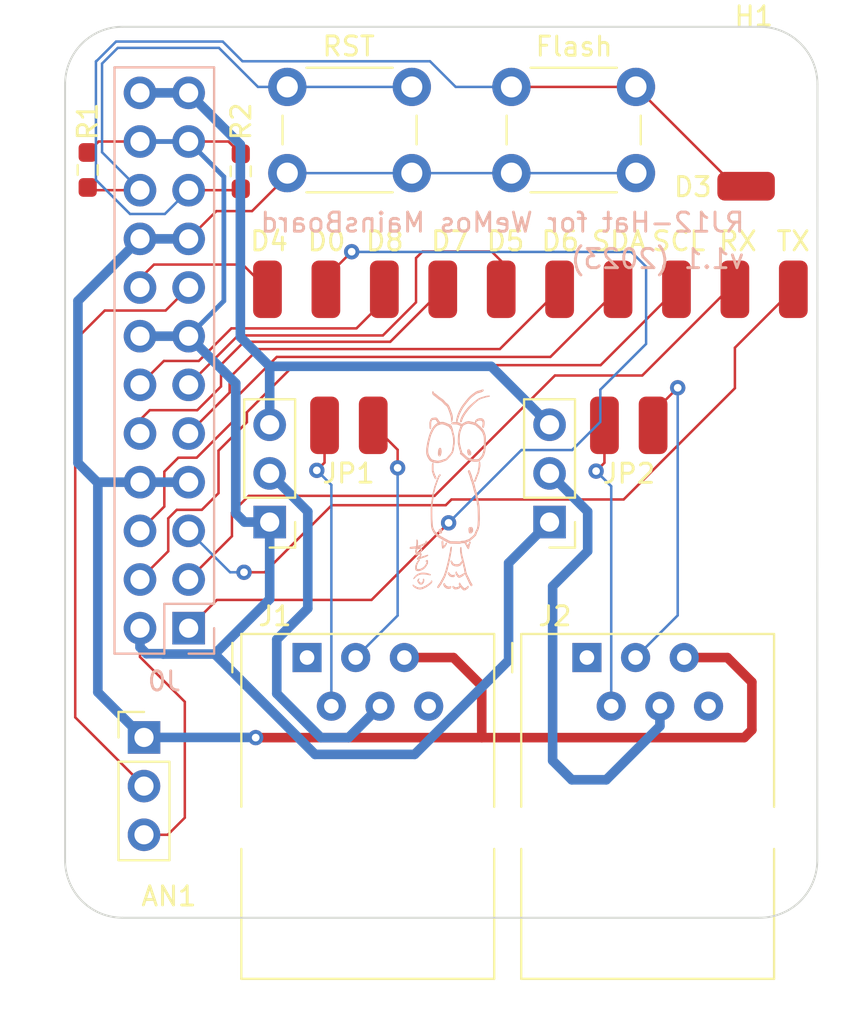
<source format=kicad_pcb>
(kicad_pcb (version 20221018) (generator pcbnew)
  (title_block (company "chof.org"))
  (layers (0 "F.Cu" signal) (31 "B.Cu" signal) (34 "B.Paste" user) (35 "F.Paste" user) (36 "B.SilkS" user "B.Silkscreen") (37 "F.SilkS" user "F.Silkscreen") (38 "B.Mask" user) (39 "F.Mask" user) (44 "Edge.Cuts" user))
  (net 0 "")
  (net 1 "GND")
  (net 2 "A0_ANL")
  (net 3 "+3.3V")
  (net 4 "D0_GPIO16")
  (net 5 "RX")
  (net 6 "D1_SCL")
  (net 7 "TX")
  (net 8 "D2_SDA")
  (net 9 "D6_MISO")
  (net 10 "D7_MOSI")
  (net 11 "D5_SCK")
  (net 12 "D8_CS")
  (net 13 "D4_LED")
  (net 14 "D3_GPIO0")
  (net 15 "~{RESET}")
  (net 16 "+5V")
  (net 17 "/PWR_1")
  (net 18 "/PWR_2")
  (net 19 "Net-(JP1-Pin_1)")
  (net 20 "Net-(JP1-Pin_2)")
  (net 21 "Net-(JP2-Pin_1)")
  (net 22 "Net-(JP2-Pin_2)")
  (footprint "Chof747 Footprints:Solder Pad 1x2 1.5x3" (layer "F.Cu") (at 83.835 90.52)
    (fp_text reference "JP2" (at 0.015 2.52 unlocked) (layer "F.SilkS"))
    (fp_text value "~")
    (pad "1" smd roundrect locked (at -1.27 0) (size 1.5 3) (layers "F.Cu" "F.Paste" "F.Mask") (net 21 "Net-(JP2-Pin_1)"))
    (pad "2" smd roundrect locked (at 1.27 0) (size 1.5 3) (layers "F.Cu" "F.Paste" "F.Mask") (net 22 "Net-(JP2-Pin_2)"))
  )
  (footprint "Button_Switch_THT:SW_PUSH_6mm" (layer "F.Cu") (at 66.01 72.858)
    (fp_text reference "SW1" hide)
    (fp_text value "RST" (at 3.2 -2.118) (layer "F.SilkS"))
    (pad "1" thru_hole circle (at 0 0 90) (size 2 2) (drill 1.1) (layers "*.Cu" "*.Mask") (net 15 "~{RESET}"))
    (pad "1" thru_hole circle (at 6.5 0 90) (size 2 2) (drill 1.1) (layers "*.Cu" "*.Mask") (net 15 "~{RESET}"))
    (pad "2" thru_hole circle (at 0 4.5 90) (size 2 2) (drill 1.1) (layers "*.Cu" "*.Mask") (net 1 "GND"))
    (pad "2" thru_hole circle (at 6.5 4.5 90) (size 2 2) (drill 1.1) (layers "*.Cu" "*.Mask") (net 1 "GND"))
  )
  (footprint "Chof747 Footprints:Solder Pad 1x1 1.5x3" (layer "F.Cu") (at 68.025 83.42)
    (fp_text reference "J15" hide)
    (fp_text value "D0" (at 0.035 -2.51 unlocked) (layer "F.SilkS"))
    (pad "1" smd roundrect (at 0 0) (size 1.5 3) (layers "F.Cu" "F.Paste" "F.Mask") (net 4 "D0_GPIO16"))
  )
  (footprint "Chof747 Footprints:Solder Pad 1x1 1.5x3" (layer "F.Cu") (at 77.175 83.42)
    (fp_text reference "J12" hide)
    (fp_text value "D5" (at 0.225 -2.51 unlocked) (layer "F.SilkS"))
    (pad "1" smd roundrect (at 0 0) (size 1.5 3) (layers "F.Cu" "F.Paste" "F.Mask") (net 11 "D5_SCK"))
  )
  (footprint "Chof747 Footprints:Solder Pad 1x1 1.5x3" (layer "F.Cu") (at 71.075 83.42)
    (fp_text reference "J14" hide)
    (fp_text value "D8" (at 0.025 -2.51 unlocked) (layer "F.SilkS"))
    (pad "1" smd roundrect (at 0 0) (size 1.5 3) (layers "F.Cu" "F.Paste" "F.Mask") (net 12 "D8_CS"))
  )
  (footprint "Chof747 Footprints:Solder Pad 1x2 1.5x3" (layer "F.Cu") (at 69.225 90.52)
    (fp_text reference "JP1" (at -0.015 2.51 unlocked) (layer "F.SilkS"))
    (fp_text value "~")
    (pad "1" smd roundrect locked (at -1.27 0) (size 1.5 3) (layers "F.Cu" "F.Paste" "F.Mask") (net 19 "Net-(JP1-Pin_1)"))
    (pad "2" smd roundrect locked (at 1.27 0) (size 1.5 3) (layers "F.Cu" "F.Paste" "F.Mask") (net 20 "Net-(JP1-Pin_2)"))
  )
  (footprint "Chof747 Footprints:Solder Pad 1x1 1.5x3" (layer "F.Cu") (at 83.275 83.42)
    (fp_text reference "J10" hide)
    (fp_text value "SDA" (at 0.045 -2.51 unlocked) (layer "F.SilkS"))
    (pad "1" smd roundrect (at 0 0) (size 1.5 3) (layers "F.Cu" "F.Paste" "F.Mask") (net 8 "D2_SDA"))
  )
  (footprint "Chof747 Footprints:Solder Pad 1x1 1.5x3" (layer "F.Cu") (at 74.125 83.42)
    (fp_text reference "J13" hide)
    (fp_text value "D7" (at 0.375 -2.51 unlocked) (layer "F.SilkS"))
    (pad "1" smd roundrect (at 0 0) (size 1.5 3) (layers "F.Cu" "F.Paste" "F.Mask") (net 10 "D7_MOSI"))
  )
  (footprint "Connector_RJ:RJ12_Amphenol_54601" (layer "F.Cu") (at 67.04 102.64)
    (fp_text reference "J1" (at -1.67 -2.16) (layer "F.SilkS"))
    (fp_text value "RJ10")
    (pad "" np_thru_hole circle locked (at -1.91 8.89) (size 3.25 3.25) (drill 3.25) (layers "*.Cu" "*.Mask"))
    (pad "" np_thru_hole circle locked (at 8.25 8.89) (size 3.25 3.25) (drill 3.25) (layers "*.Cu" "*.Mask"))
    (pad "1" thru_hole rect locked (at 0 0) (size 1.52 1.52) (drill 0.76) (layers "*.Cu" "*.Mask"))
    (pad "2" thru_hole circle locked (at 1.27 2.54) (size 1.52 1.52) (drill 0.76) (layers "*.Cu" "*.Mask") (net 19 "Net-(JP1-Pin_1)"))
    (pad "3" thru_hole circle locked (at 2.54 0) (size 1.52 1.52) (drill 0.76) (layers "*.Cu" "*.Mask") (net 20 "Net-(JP1-Pin_2)"))
    (pad "4" thru_hole circle locked (at 3.81 2.54) (size 1.52 1.52) (drill 0.76) (layers "*.Cu" "*.Mask") (net 17 "/PWR_1"))
    (pad "5" thru_hole circle locked (at 5.08 0) (size 1.52 1.52) (drill 0.76) (layers "*.Cu" "*.Mask") (net 1 "GND"))
    (pad "6" thru_hole circle locked (at 6.35 2.54) (size 1.52 1.52) (drill 0.76) (layers "*.Cu" "*.Mask"))
  )
  (footprint "Chof747 Footprints:Solder Pad 1x1 1.5x3" (layer "F.Cu") (at 89.375 83.42)
    (fp_text reference "J8" hide)
    (fp_text value "RX" (at 0.155 -2.51 unlocked) (layer "F.SilkS"))
    (pad "1" smd roundrect (at 0 0) (size 1.5 3) (layers "F.Cu" "F.Paste" "F.Mask") (net 5 "RX"))
  )
  (footprint "Chof747 Footprints:Solder Pad 1x1 1.5x3" (layer "F.Cu") (at 64.975 83.42)
    (fp_text reference "J16" hide)
    (fp_text value "D4" (at 0.085 -2.51 unlocked) (layer "F.SilkS"))
    (pad "1" smd roundrect (at 0 0) (size 1.5 3) (layers "F.Cu" "F.Paste" "F.Mask") (net 13 "D4_LED"))
  )
  (footprint "MountingHole:MountingHole_3mm" (layer "F.Cu") (at 90.36 73.17)
    (fp_text reference "H1" (at 0 -4) (layer "F.SilkS"))
    (fp_text value "MountingHole")
    (pad "" np_thru_hole circle (at 0 0) (size 3 3) (drill 3) (layers "*.Cu" "*.Mask"))
  )
  (footprint "Chof747 Footprints:Solder Pad 1x1 1.5x3" (layer "F.Cu") (at 86.325 83.42)
    (fp_text reference "J9" hide)
    (fp_text value "SCL" (at 0.115 -2.51 unlocked) (layer "F.SilkS"))
    (pad "1" smd roundrect (at 0 0) (size 1.5 3) (layers "F.Cu" "F.Paste" "F.Mask") (net 6 "D1_SCL"))
  )
  (footprint "Connector_PinHeader_2.54mm:PinHeader_1x03_P2.54mm_Vertical" (layer "F.Cu") (at 65.09 95.57 180)
    (fp_text reference "JR1" hide)
    (fp_text value "Conn_01x03" hide)
    (pad "1" thru_hole rect locked (at 0 0 180) (size 1.7 1.7) (drill 1) (layers "*.Cu" "*.Mask") (net 3 "+3.3V"))
    (pad "2" thru_hole oval locked (at 0 2.54 180) (size 1.7 1.7) (drill 1) (layers "*.Cu" "*.Mask") (net 17 "/PWR_1"))
    (pad "3" thru_hole oval locked (at 0 5.08 180) (size 1.7 1.7) (drill 1) (layers "*.Cu" "*.Mask") (net 16 "+5V"))
  )
  (footprint "Chof747 Footprints:Solder Pad 1x1 1.5x3" (layer "F.Cu") (at 80.225 83.42)
    (fp_text reference "J11" hide)
    (fp_text value "D6" (at 0.035 -2.51 unlocked) (layer "F.SilkS"))
    (pad "1" smd roundrect (at 0 0) (size 1.5 3) (layers "F.Cu" "F.Paste" "F.Mask") (net 9 "D6_MISO"))
  )
  (footprint "Connector_RJ:RJ12_Amphenol_54601" (layer "F.Cu") (at 81.65 102.64)
    (fp_text reference "J2" (at -1.67 -2.16) (layer "F.SilkS"))
    (fp_text value "RJ10")
    (pad "" np_thru_hole circle locked (at -1.91 8.89) (size 3.25 3.25) (drill 3.25) (layers "*.Cu" "*.Mask"))
    (pad "" np_thru_hole circle locked (at 8.25 8.89) (size 3.25 3.25) (drill 3.25) (layers "*.Cu" "*.Mask"))
    (pad "1" thru_hole rect locked (at 0 0) (size 1.52 1.52) (drill 0.76) (layers "*.Cu" "*.Mask"))
    (pad "2" thru_hole circle locked (at 1.27 2.54) (size 1.52 1.52) (drill 0.76) (layers "*.Cu" "*.Mask") (net 21 "Net-(JP2-Pin_1)"))
    (pad "3" thru_hole circle locked (at 2.54 0) (size 1.52 1.52) (drill 0.76) (layers "*.Cu" "*.Mask") (net 22 "Net-(JP2-Pin_2)"))
    (pad "4" thru_hole circle locked (at 3.81 2.54) (size 1.52 1.52) (drill 0.76) (layers "*.Cu" "*.Mask") (net 18 "/PWR_2"))
    (pad "5" thru_hole circle locked (at 5.08 0) (size 1.52 1.52) (drill 0.76) (layers "*.Cu" "*.Mask") (net 1 "GND"))
    (pad "6" thru_hole circle locked (at 6.35 2.54) (size 1.52 1.52) (drill 0.76) (layers "*.Cu" "*.Mask"))
  )
  (footprint "Connector_PinHeader_2.54mm:PinHeader_1x03_P2.54mm_Vertical" (layer "F.Cu") (at 58.53 106.81)
    (fp_text reference "AN1" (at 1.3 8.29) (layer "F.SilkS"))
    (fp_text value "Conn_01x03" hide)
    (pad "1" thru_hole rect (at 0 0) (size 1.7 1.7) (drill 1) (layers "*.Cu" "*.Mask") (net 1 "GND"))
    (pad "2" thru_hole oval (at 0 2.54) (size 1.7 1.7) (drill 1) (layers "*.Cu" "*.Mask") (net 2 "A0_ANL"))
    (pad "3" thru_hole oval (at 0 5.08) (size 1.7 1.7) (drill 1) (layers "*.Cu" "*.Mask") (net 3 "+3.3V"))
  )
  (footprint "Connector_PinHeader_2.54mm:PinHeader_1x03_P2.54mm_Vertical" (layer "F.Cu") (at 79.7 95.57 180)
    (fp_text reference locked "JR2" hide)
    (fp_text value "Conn_01x03" hide)
    (pad "1" thru_hole rect locked (at 0 0 180) (size 1.7 1.7) (drill 1) (layers "*.Cu" "*.Mask") (net 3 "+3.3V"))
    (pad "2" thru_hole oval locked (at 0 2.54 180) (size 1.7 1.7) (drill 1) (layers "*.Cu" "*.Mask") (net 18 "/PWR_2"))
    (pad "3" thru_hole oval locked (at 0 5.08 180) (size 1.7 1.7) (drill 1) (layers "*.Cu" "*.Mask") (net 16 "+5V"))
  )
  (footprint "Resistor_SMD:R_0603_1608Metric_Pad0.98x0.95mm_HandSolder" (layer "F.Cu") (at 63.58 77.2625 -90)
    (fp_text reference "R2" (at -2.6025 -0.02 90) (layer "F.SilkS"))
    (fp_text value "10k")
    (pad "1" smd roundrect (at -0.9125 0 270) (size 0.975 0.95) (layers "F.Cu" "F.Paste" "F.Mask") (net 3 "+3.3V"))
    (pad "2" smd roundrect (at 0.9125 0 270) (size 0.975 0.95) (layers "F.Cu" "F.Paste" "F.Mask") (net 14 "D3_GPIO0"))
  )
  (footprint "Chof747 Footprints:Solder Pad 1x1 1.5x3" (layer "F.Cu") (at 89.96 78.04 90)
    (fp_text reference "J6" hide)
    (fp_text value "D3" (at -0.04 -2.78 unlocked) (layer "F.SilkS"))
    (pad "1" smd roundrect (at 0 0 90) (size 1.5 3) (layers "F.Cu" "F.Paste" "F.Mask") (net 14 "D3_GPIO0"))
  )
  (footprint "Resistor_SMD:R_0603_1608Metric_Pad0.98x0.95mm_HandSolder" (layer "F.Cu") (at 55.59 77.1925 -90)
    (fp_text reference "R1" (at -2.5325 0 90) (layer "F.SilkS"))
    (fp_text value "10k")
    (pad "1" smd roundrect (at -0.9125 0 270) (size 0.975 0.95) (layers "F.Cu" "F.Paste" "F.Mask") (net 3 "+3.3V"))
    (pad "2" smd roundrect (at 0.9125 0 270) (size 0.975 0.95) (layers "F.Cu" "F.Paste" "F.Mask") (net 15 "~{RESET}"))
  )
  (footprint "Chof747 Footprints:Solder Pad 1x1 1.5x3" (layer "F.Cu") (at 92.425 83.42)
    (fp_text reference "J7" hide)
    (fp_text value "TX" (at -0.005 -2.51 unlocked) (layer "F.SilkS"))
    (pad "1" smd roundrect (at 0 0) (size 1.5 3) (layers "F.Cu" "F.Paste" "F.Mask") (net 7 "TX"))
  )
  (footprint "Button_Switch_THT:SW_PUSH_6mm" (layer "F.Cu") (at 77.71 72.858)
    (fp_text reference "SW2" hide)
    (fp_text value "Flash" (at 3.27 -2.108) (layer "F.SilkS"))
    (pad "1" thru_hole circle (at 0 0 90) (size 2 2) (drill 1.1) (layers "*.Cu" "*.Mask") (net 14 "D3_GPIO0"))
    (pad "1" thru_hole circle (at 6.5 0 90) (size 2 2) (drill 1.1) (layers "*.Cu" "*.Mask") (net 14 "D3_GPIO0"))
    (pad "2" thru_hole circle (at 0 4.5 90) (size 2 2) (drill 1.1) (layers "*.Cu" "*.Mask") (net 1 "GND"))
    (pad "2" thru_hole circle (at 6.5 4.5 90) (size 2 2) (drill 1.1) (layers "*.Cu" "*.Mask") (net 1 "GND"))
  )
  (footprint "Chof747 Logos:LOGO small" (layer "B.Cu") (at 74.660829 94.168658 180)
    (fp_text reference "G***" hide)
    (fp_text value "LOGO" hide)
  )
  (footprint "Connector_PinSocket_2.54mm:PinSocket_2x12_P2.54mm_Vertical" (layer "B.Cu") (at 60.86 101.108)
    (fp_text reference "J0" (at -1.27 2.77) (layer "B.SilkS") (effects (justify mirror)))
    (fp_text value "Conn_02x12_Odd_Even")
    (pad "1" thru_hole rect (at 0 0) (size 1.7 1.7) (drill 1) (layers "*.Cu" "*.Mask") (net 4 "D0_GPIO16"))
    (pad "2" thru_hole oval (at -2.54 0) (size 1.7 1.7) (drill 1) (layers "*.Cu" "*.Mask") (net 3 "+3.3V"))
    (pad "3" thru_hole oval (at 0 -2.54) (size 1.7 1.7) (drill 1) (layers "*.Cu" "*.Mask") (net 5 "RX"))
    (pad "4" thru_hole oval (at -2.54 -2.54) (size 1.7 1.7) (drill 1) (layers "*.Cu" "*.Mask") (net 6 "D1_SCL"))
    (pad "5" thru_hole oval (at 0 -5.08) (size 1.7 1.7) (drill 1) (layers "*.Cu" "*.Mask") (net 7 "TX"))
    (pad "6" thru_hole oval (at -2.54 -5.08) (size 1.7 1.7) (drill 1) (layers "*.Cu" "*.Mask") (net 8 "D2_SDA"))
    (pad "7" thru_hole oval (at 0 -7.62) (size 1.7 1.7) (drill 1) (layers "*.Cu" "*.Mask") (net 1 "GND"))
    (pad "8" thru_hole oval (at -2.54 -7.62) (size 1.7 1.7) (drill 1) (layers "*.Cu" "*.Mask") (net 1 "GND"))
    (pad "9" thru_hole oval (at 0 -10.16) (size 1.7 1.7) (drill 1) (layers "*.Cu" "*.Mask") (net 9 "D6_MISO"))
    (pad "10" thru_hole oval (at -2.54 -10.16) (size 1.7 1.7) (drill 1) (layers "*.Cu" "*.Mask") (net 10 "D7_MOSI"))
    (pad "11" thru_hole oval (at 0 -12.7) (size 1.7 1.7) (drill 1) (layers "*.Cu" "*.Mask") (net 11 "D5_SCK"))
    (pad "12" thru_hole oval (at -2.54 -12.7) (size 1.7 1.7) (drill 1) (layers "*.Cu" "*.Mask") (net 12 "D8_CS"))
    (pad "13" thru_hole oval (at 0 -15.24) (size 1.7 1.7) (drill 1) (layers "*.Cu" "*.Mask") (net 3 "+3.3V"))
    (pad "14" thru_hole oval (at -2.54 -15.24) (size 1.7 1.7) (drill 1) (layers "*.Cu" "*.Mask") (net 3 "+3.3V"))
    (pad "15" thru_hole oval (at 0 -17.78) (size 1.7 1.7) (drill 1) (layers "*.Cu" "*.Mask") (net 2 "A0_ANL"))
    (pad "16" thru_hole oval (at -2.54 -17.78) (size 1.7 1.7) (drill 1) (layers "*.Cu" "*.Mask") (net 13 "D4_LED"))
    (pad "17" thru_hole oval (at 0 -20.32) (size 1.7 1.7) (drill 1) (layers "*.Cu" "*.Mask") (net 1 "GND"))
    (pad "18" thru_hole oval (at -2.54 -20.32) (size 1.7 1.7) (drill 1) (layers "*.Cu" "*.Mask") (net 1 "GND"))
    (pad "19" thru_hole oval (at 0 -22.86) (size 1.7 1.7) (drill 1) (layers "*.Cu" "*.Mask") (net 14 "D3_GPIO0"))
    (pad "20" thru_hole oval (at -2.54 -22.86) (size 1.7 1.7) (drill 1) (layers "*.Cu" "*.Mask") (net 15 "~{RESET}"))
    (pad "21" thru_hole oval (at 0 -25.4) (size 1.7 1.7) (drill 1) (layers "*.Cu" "*.Mask") (net 3 "+3.3V"))
    (pad "22" thru_hole oval (at -2.54 -25.4) (size 1.7 1.7) (drill 1) (layers "*.Cu" "*.Mask") (net 3 "+3.3V"))
    (pad "23" thru_hole oval (at 0 -27.94) (size 1.7 1.7) (drill 1) (layers "*.Cu" "*.Mask") (net 16 "+5V"))
    (pad "24" thru_hole oval (at -2.54 -27.94) (size 1.7 1.7) (drill 1) (layers "*.Cu" "*.Mask") (net 16 "+5V"))
  )
  (gr_line (start 93.684357 72.720643) (end 93.675674 113.220674) (stroke (width 0.1)) (layer "Edge.Cuts"))
  (gr_arc (start 90.684357 69.72) (mid 92.805897 70.598898) (end 93.684357 72.720643) (stroke (width 0.1)) (layer "Edge.Cuts"))
  (gr_line (start 57.41 69.72) (end 90.684357 69.72) (stroke (width 0.1)) (layer "Edge.Cuts"))
  (gr_arc (start 54.41 72.72) (mid 55.28868 70.59868) (end 57.41 69.72) (stroke (width 0.1)) (layer "Edge.Cuts"))
  (gr_line (start 54.41 113.22) (end 54.41 72.72) (stroke (width 0.1)) (layer "Edge.Cuts"))
  (gr_arc (start 57.41 116.22) (mid 55.28868 115.34132) (end 54.41 113.22) (stroke (width 0.1)) (layer "Edge.Cuts"))
  (gr_line (start 90.675674 116.22) (end 57.41 116.22) (stroke (width 0.1)) (layer "Edge.Cuts"))
  (gr_arc (start 93.675674 113.220674) (mid 92.796755 115.341549) (end 90.675674 116.22) (stroke (width 0.1)) (layer "Edge.Cuts"))
  (gr_text "RJ12-Hat for WeMos MainsBoard" (at 89.96 80.52) (layer "B.SilkS") (effects (font (size 1 1)) (justify left bottom mirror)))
  (gr_text "v1.1 (2023)" (at 89.96 82.42) (layer "B.SilkS") (effects (font (size 1 1)) (justify left bottom mirror)))
  (segment (start 64.36 106.82) (end 69.21 106.82) (width 0.5) (layer "F.Cu") (net 1))
  (segment (start 76.16 104.12) (end 74.68 102.64) (width 0.5) (layer "F.Cu") (net 1))
  (segment (start 69.21 106.82) (end 76.16 106.82) (width 0.5) (layer "F.Cu") (net 1))
  (segment (start 76.16 106.82) (end 89.86 106.82) (width 0.5) (layer "F.Cu") (net 1))
  (segment (start 66.01 77.5) (end 66.01 77.358) (width 0.13) (layer "F.Cu") (net 1))
  (segment (start 90.26 106.42) (end 90.26 103.92) (width 0.5) (layer "F.Cu") (net 1))
  (segment (start 74.68 102.64) (end 72.12 102.64) (width 0.5) (layer "F.Cu") (net 1))
  (segment (start 60.86 80.788) (end 62.308 79.34) (width 0.13) (layer "F.Cu") (net 1))
  (segment (start 62.308 79.34) (end 64.17 79.34) (width 0.13) (layer "F.Cu") (net 1))
  (segment (start 90.26 103.92) (end 88.98 102.64) (width 0.5) (layer "F.Cu") (net 1))
  (segment (start 88.98 102.64) (end 86.73 102.64) (width 0.5) (layer "F.Cu") (net 1))
  (segment (start 76.16 106.82) (end 76.16 104.12) (width 0.5) (layer "F.Cu") (net 1))
  (segment (start 89.86 106.82) (end 90.26 106.42) (width 0.5) (layer "F.Cu") (net 1))
  (segment (start 64.17 79.34) (end 66.01 77.5) (width 0.13) (layer "F.Cu") (net 1))
  (via (at 64.36 106.82) (size 0.8) (drill 0.4) (layers "F.Cu" "B.Cu") (net 1))
  (segment (start 55.545 92.945) (end 56.088 93.488) (width 0.5) (layer "B.Cu") (net 1))
  (segment (start 77.71 77.358) (end 84.21 77.358) (width 0.13) (layer "B.Cu") (net 1))
  (segment (start 56.12 104.45) (end 58.48 106.81) (width 0.5) (layer "B.Cu") (net 1))
  (segment (start 56.12 93.52) (end 56.12 104.45) (width 0.5) (layer "B.Cu") (net 1))
  (segment (start 72.51 77.358) (end 77.71 77.358) (width 0.13) (layer "B.Cu") (net 1))
  (segment (start 60.86 80.788) (end 58.32 80.788) (width 0.5) (layer "B.Cu") (net 1))
  (segment (start 64.35 106.81) (end 58.53 106.81) (width 0.5) (layer "B.Cu") (net 1))
  (segment (start 55.08 92.48) (end 55.545 92.945) (width 0.5) (layer "B.Cu") (net 1))
  (segment (start 64.36 106.82) (end 64.35 106.81) (width 0.5) (layer "B.Cu") (net 1))
  (segment (start 55.545 92.945) (end 56.12 93.52) (width 0.5) (layer "B.Cu") (net 1))
  (segment (start 66.01 77.358) (end 72.51 77.358) (width 0.13) (layer "B.Cu") (net 1))
  (segment (start 58.32 80.788) (end 55.08 84.028) (width 0.5) (layer "B.Cu") (net 1))
  (segment (start 55.08 84.028) (end 55.08 92.48) (width 0.5) (layer "B.Cu") (net 1))
  (segment (start 56.088 93.488) (end 60.86 93.488) (width 0.5) (layer "B.Cu") (net 1))
  (segment (start 58.48 106.81) (end 58.53 106.81) (width 0.5) (layer "B.Cu") (net 1))
  (segment (start 59.658 84.53) (end 60.86 83.328) (width 0.13) (layer "F.Cu") (net 2))
  (segment (start 56.48 84.53) (end 59.658 84.53) (width 0.13) (layer "F.Cu") (net 2))
  (segment (start 54.94 86.07) (end 56.48 84.53) (width 0.13) (layer "F.Cu") (net 2))
  (segment (start 54.94 105.76) (end 58.53 109.35) (width 0.13) (layer "F.Cu") (net 2))
  (segment (start 54.94 86.07) (end 54.94 105.76) (width 0.13) (layer "F.Cu") (net 2))
  (segment (start 56.162 75.708) (end 58.32 75.708) (width 0.13) (layer "F.Cu") (net 3))
  (segment (start 63.58 76.35) (end 62.938 75.708) (width 0.13) (layer "F.Cu") (net 3))
  (segment (start 60.66 104.95) (end 58.32 102.61) (width 0.13) (layer "F.Cu") (net 3))
  (segment (start 58.53 111.89) (end 59.77 111.89) (width 0.13) (layer "F.Cu") (net 3))
  (segment (start 55.59 76.28) (end 56.162 75.708) (width 0.13) (layer "F.Cu") (net 3))
  (segment (start 60.66 111) (end 60.66 104.95) (width 0.13) (layer "F.Cu") (net 3))
  (segment (start 59.77 111.89) (end 60.66 111) (width 0.13) (layer "F.Cu") (net 3))
  (segment (start 62.938 75.708) (end 60.86 75.708) (width 0.13) (layer "F.Cu") (net 3))
  (segment (start 58.32 102.61) (end 58.32 101.108) (width 0.13) (layer "F.Cu") (net 3))
  (segment (start 59.528 102.458) (end 62.222 102.458) (width 0.5) (layer "B.Cu") (net 3))
  (segment (start 58.32 85.868) (end 60.86 85.868) (width 0.5) (layer "B.Cu") (net 3))
  (segment (start 58.32 102.1) (end 58.66 102.44) (width 0.5) (layer "B.Cu") (net 3))
  (segment (start 77.56 97.71) (end 79.7 95.57) (width 0.5) (layer "B.Cu") (net 3))
  (segment (start 60.86 85.868) (end 63.32 88.328) (width 0.5) (layer "B.Cu") (net 3))
  (segment (start 63.32 95.11) (end 63.78 95.57) (width 0.5) (layer "B.Cu") (net 3))
  (segment (start 65.09 99.59) (end 65.09 95.57) (width 0.5) (layer "B.Cu") (net 3))
  (segment (start 60.86 75.708) (end 62.7 77.548) (width 0.25) (layer "B.Cu") (net 3))
  (segment (start 59.51 102.44) (end 59.528 102.458) (width 0.5) (layer "B.Cu") (net 3))
  (segment (start 62.222 102.458) (end 67.459 107.695) (width 0.5) (layer "B.Cu") (net 3))
  (segment (start 77.56 102.79191) (end 77.56 97.71) (width 0.5) (layer "B.Cu") (net 3))
  (segment (start 58.32 101.108) (end 58.32 102.1) (width 0.5) (layer "B.Cu") (net 3))
  (segment (start 72.65691 107.695) (end 77.56 102.79191) (width 0.5) (layer "B.Cu") (net 3))
  (segment (start 67.459 107.695) (end 72.65691 107.695) (width 0.5) (layer "B.Cu") (net 3))
  (segment (start 62.222 102.458) (end 65.09 99.59) (width 0.5) (layer "B.Cu") (net 3))
  (segment (start 58.32 75.708) (end 60.86 75.708) (width 0.25) (layer "B.Cu") (net 3))
  (segment (start 63.78 95.57) (end 65.09 95.57) (width 0.5) (layer "B.Cu") (net 3))
  (segment (start 63.32 88.328) (end 63.32 95.11) (width 0.5) (layer "B.Cu") (net 3))
  (segment (start 62.7 77.548) (end 62.7 84.028) (width 0.25) (layer "B.Cu") (net 3))
  (segment (start 58.66 102.44) (end 59.51 102.44) (width 0.5) (layer "B.Cu") (net 3))
  (segment (start 62.7 84.028) (end 60.86 85.868) (width 0.25) (layer "B.Cu") (net 3))
  (segment (start 70.407 99.633) (end 62.335 99.633) (width 0.13) (layer "F.Cu") (net 4))
  (segment (start 74.43 95.61) (end 70.407 99.633) (width 0.13) (layer "F.Cu") (net 4))
  (segment (start 68.025 83.42) (end 68.025 82.805) (width 0.13) (layer "F.Cu") (net 4))
  (segment (start 62.335 99.633) (end 60.86 101.108) (width 0.13) (layer "F.Cu") (net 4))
  (segment (start 68.025 82.805) (end 69.37 81.46) (width 0.13) (layer "F.Cu") (net 4))
  (via (at 69.37 81.46) (size 0.8) (drill 0.4) (layers "F.Cu" "B.Cu") (net 4))
  (via (at 74.43 95.61) (size 0.8) (drill 0.4) (layers "F.Cu" "B.Cu") (net 4))
  (segment (start 69.38 81.47) (end 69.39 81.47) (width 0.13) (layer "B.Cu") (net 4))
  (segment (start 84.74 86.27) (end 84.74 82.24) (width 0.13) (layer "B.Cu") (net 4))
  (segment (start 83.97 81.47) (end 69.4 81.47) (width 0.13) (layer "B.Cu") (net 4))
  (segment (start 69.4 81.47) (end 69.37 81.46) (width 0.13) (layer "B.Cu") (net 4))
  (segment (start 82.35 90.34) (end 82.35 88.66) (width 0.13) (layer "B.Cu") (net 4))
  (segment (start 82.35 88.66) (end 84.74 86.27) (width 0.13) (layer "B.Cu") (net 4))
  (segment (start 78.23 91.81) (end 80.88 91.81) (width 0.13) (layer "B.Cu") (net 4))
  (segment (start 84.74 82.24) (end 83.97 81.47) (width 0.13) (layer "B.Cu") (net 4))
  (segment (start 69.37 81.46) (end 69.38 81.47) (width 0.13) (layer "B.Cu") (net 4))
  (segment (start 74.43 95.61) (end 78.23 91.81) (width 0.13) (layer "B.Cu") (net 4))
  (segment (start 80.88 91.81) (end 82.35 90.34) (width 0.13) (layer "B.Cu") (net 4))
  (segment (start 79.98 87.92) (end 84.54 87.92) (width 0.13) (layer "F.Cu") (net 5))
  (segment (start 73.7 94.2) (end 79.98 87.92) (width 0.13) (layer "F.Cu") (net 5))
  (segment (start 63.12 96.308) (end 63.12 95.08) (width 0.13) (layer "F.Cu") (net 5))
  (segment (start 84.54 87.92) (end 89.04 83.42) (width 0.13) (layer "F.Cu") (net 5))
  (segment (start 63.12 95.08) (end 64 94.2) (width 0.13) (layer "F.Cu") (net 5))
  (segment (start 60.86 98.568) (end 63.12 96.308) (width 0.13) (layer "F.Cu") (net 5))
  (segment (start 64 94.2) (end 73.7 94.2) (width 0.13) (layer "F.Cu") (net 5))
  (segment (start 89.04 83.42) (end 89.375 83.42) (width 0.13) (layer "F.Cu") (net 5))
  (segment (start 63.9 89.84) (end 66.36 87.38) (width 0.13) (layer "F.Cu") (net 6))
  (segment (start 62.42 94.06) (end 62.42 91.84) (width 0.13) (layer "F.Cu") (net 6))
  (segment (start 60.24 94.93) (end 61.55 94.93) (width 0.13) (layer "F.Cu") (net 6))
  (segment (start 58.32 98.568) (end 59.795 97.093) (width 0.13) (layer "F.Cu") (net 6))
  (segment (start 62.42 91.84) (end 63.9 90.36) (width 0.13) (layer "F.Cu") (net 6))
  (segment (start 59.795 95.375) (end 60.24 94.93) (width 0.13) (layer "F.Cu") (net 6))
  (segment (start 61.55 94.93) (end 62.42 94.06) (width 0.13) (layer "F.Cu") (net 6))
  (segment (start 63.9 90.36) (end 63.9 89.84) (width 0.13) (layer "F.Cu") (net 6))
  (segment (start 82.365 87.38) (end 86.325 83.42) (width 0.13) (layer "F.Cu") (net 6))
  (segment (start 59.795 97.093) (end 59.795 95.375) (width 0.13) (layer "F.Cu") (net 6))
  (segment (start 66.36 87.38) (end 82.365 87.38) (width 0.13) (layer "F.Cu") (net 6))
  (segment (start 74.58 94.39) (end 83.569386 94.39) (width 0.13) (layer "F.Cu") (net 7))
  (segment (start 89.375 86.47) (end 92.425 83.42) (width 0.13) (layer "F.Cu") (net 7))
  (segment (start 74.28 94.69) (end 74.58 94.39) (width 0.13) (layer "F.Cu") (net 7))
  (segment (start 68.33 94.69) (end 74.28 94.69) (width 0.13) (layer "F.Cu") (net 7))
  (segment (start 89.375 88.584386) (end 89.375 86.47) (width 0.13) (layer "F.Cu") (net 7))
  (segment (start 64.83 98.19) (end 68.33 94.69) (width 0.13) (layer "F.Cu") (net 7))
  (segment (start 83.569386 94.39) (end 89.375 88.584386) (width 0.13) (layer "F.Cu") (net 7))
  (segment (start 63.75 98.19) (end 64.83 98.19) (width 0.13) (layer "F.Cu") (net 7))
  (via (at 63.75 98.19) (size 0.8) (drill 0.4) (layers "F.Cu" "B.Cu") (net 7))
  (segment (start 60.86 96.028) (end 63.022 98.19) (width 0.13) (layer "B.Cu") (net 7))
  (segment (start 63.022 98.19) (end 63.75 98.19) (width 0.13) (layer "B.Cu") (net 7))
  (segment (start 61.28 92.21) (end 60.32 92.21) (width 0.13) (layer "F.Cu") (net 8))
  (segment (start 63.33 90.16) (end 61.28 92.21) (width 0.13) (layer "F.Cu") (net 8))
  (segment (start 60.32 92.21) (end 59.59 92.94) (width 0.13) (layer "F.Cu") (net 8))
  (segment (start 59.59 94.758) (end 58.32 96.028) (width 0.13) (layer "F.Cu") (net 8))
  (segment (start 59.59 92.94) (end 59.59 94.758) (width 0.13) (layer "F.Cu") (net 8))
  (segment (start 79.745 86.95) (end 65.46 86.95) (width 0.13) (layer "F.Cu") (net 8))
  (segment (start 83.275 83.42) (end 79.745 86.95) (width 0.13) (layer "F.Cu") (net 8))
  (segment (start 63.33 89.08) (end 63.33 90.16) (width 0.13) (layer "F.Cu") (net 8))
  (segment (start 65.46 86.95) (end 63.33 89.08) (width 0.13) (layer "F.Cu") (net 8))
  (segment (start 63 88.03) (end 64.49 86.54) (width 0.13) (layer "F.Cu") (net 9))
  (segment (start 64.49 86.54) (end 77.105 86.54) (width 0.13) (layer "F.Cu") (net 9))
  (segment (start 63 88.808) (end 63 88.03) (width 0.13) (layer "F.Cu") (net 9))
  (segment (start 60.86 90.948) (end 63 88.808) (width 0.13) (layer "F.Cu") (net 9))
  (segment (start 77.105 86.54) (end 80.225 83.42) (width 0.13) (layer "F.Cu") (net 9))
  (segment (start 61.31 89.73) (end 58.83 89.73) (width 0.13) (layer "F.Cu") (net 10))
  (segment (start 58.32 90.24) (end 58.32 90.948) (width 0.13) (layer "F.Cu") (net 10))
  (segment (start 62.55 87.36) (end 62.55 88.49) (width 0.13) (layer "F.Cu") (net 10))
  (segment (start 62.55 88.49) (end 61.31 89.73) (width 0.13) (layer "F.Cu") (net 10))
  (segment (start 58.83 89.73) (end 58.32 90.24) (width 0.13) (layer "F.Cu") (net 10))
  (segment (start 71.385 86.16) (end 63.75 86.16) (width 0.13) (layer "F.Cu") (net 10))
  (segment (start 63.75 86.16) (end 62.55 87.36) (width 0.13) (layer "F.Cu") (net 10))
  (segment (start 74.125 83.42) (end 71.385 86.16) (width 0.13) (layer "F.Cu") (net 10))
  (segment (start 72.73 84.099386) (end 72.73 81.79) (width 0.13) (layer "F.Cu") (net 11))
  (segment (start 77.175 81.945) (end 77.175 83.42) (width 0.13) (layer "F.Cu") (net 11))
  (segment (start 73.07 81.45) (end 76.68 81.45) (width 0.13) (layer "F.Cu") (net 11))
  (segment (start 60.86 88.408) (end 63.438 85.83) (width 0.13) (layer "F.Cu") (net 11))
  (segment (start 76.68 81.45) (end 77.175 81.945) (width 0.13) (layer "F.Cu") (net 11))
  (segment (start 72.73 81.79) (end 73.07 81.45) (width 0.13) (layer "F.Cu") (net 11))
  (segment (start 63.438 85.83) (end 70.999386 85.83) (width 0.13) (layer "F.Cu") (net 11))
  (segment (start 70.999386 85.83) (end 72.73 84.099386) (width 0.13) (layer "F.Cu") (net 11))
  (segment (start 59.568 87.16) (end 58.32 88.408) (width 0.13) (layer "F.Cu") (net 12))
  (segment (start 61.39 87.16) (end 59.568 87.16) (width 0.13) (layer "F.Cu") (net 12))
  (segment (start 63.09 85.46) (end 61.39 87.16) (width 0.13) (layer "F.Cu") (net 12))
  (segment (start 69.62 85.46) (end 63.09 85.46) (width 0.13) (layer "F.Cu") (net 12))
  (segment (start 71.075 84.005) (end 69.62 85.46) (width 0.13) (layer "F.Cu") (net 12))
  (segment (start 71.075 83.42) (end 71.075 84.005) (width 0.13) (layer "F.Cu") (net 12))
  (segment (start 63.685 82.13) (end 59.05 82.13) (width 0.13) (layer "F.Cu") (net 13))
  (segment (start 64.975 83.42) (end 63.685 82.13) (width 0.13) (layer "F.Cu") (net 13))
  (segment (start 59.05 82.13) (end 58.32 82.86) (width 0.13) (layer "F.Cu") (net 13))
  (segment (start 58.32 82.86) (end 58.32 83.328) (width 0.13) (layer "F.Cu") (net 13))
  (segment (start 60.86 78.248) (end 63.507 78.248) (width 0.13) (layer "F.Cu") (net 14))
  (segment (start 84.21 72.858) (end 89.4 78.048) (width 0.13) (layer "F.Cu") (net 14))
  (segment (start 77.71 72.858) (end 84.21 72.858) (width 0.13) (layer "F.Cu") (net 14))
  (segment (start 63.507 78.248) (end 63.58 78.175) (width 0.13) (layer "F.Cu") (net 14))
  (segment (start 62.64 70.49) (end 57.07 70.49) (width 0.13) (layer "B.Cu") (net 14))
  (segment (start 77.71 72.858) (end 74.798 72.858) (width 0.13) (layer "B.Cu") (net 14))
  (segment (start 56.06 71.5) (end 56.05 71.5) (width 0.13) (layer "B.Cu") (net 14))
  (segment (start 63.67 71.52) (end 62.64 70.49) (width 0.13) (layer "B.Cu") (net 14))
  (segment (start 73.46 71.52) (end 63.67 71.52) (width 0.13) (layer "B.Cu") (net 14))
  (segment (start 57.8 79.49) (end 59.618 79.49) (width 0.13) (layer "B.Cu") (net 14))
  (segment (start 59.618 79.49) (end 60.86 78.248) (width 0.13) (layer "B.Cu") (net 14))
  (segment (start 56.05 71.5) (end 56.02 71.53) (width 0.13) (layer "B.Cu") (net 14))
  (segment (start 74.798 72.858) (end 73.46 71.52) (width 0.13) (layer "B.Cu") (net 14))
  (segment (start 56.02 71.53) (end 56.02 77.71) (width 0.13) (layer "B.Cu") (net 14))
  (segment (start 56.02 77.71) (end 57.8 79.49) (width 0.13) (layer "B.Cu") (net 14))
  (segment (start 57.07 70.49) (end 56.06 71.5) (width 0.13) (layer "B.Cu") (net 14))
  (segment (start 55.733 78.248) (end 58.32 78.248) (width 0.13) (layer "F.Cu") (net 15))
  (segment (start 55.59 78.105) (end 55.733 78.248) (width 0.13) (layer "F.Cu") (net 15))
  (segment (start 57.16 70.82) (end 56.34 71.64) (width 0.13) (layer "B.Cu") (net 15))
  (segment (start 72.51 72.858) (end 66.01 72.858) (width 0.13) (layer "B.Cu") (net 15))
  (segment (start 56.34 71.64) (end 56.34 76.268) (width 0.13) (layer "B.Cu") (net 15))
  (segment (start 64.478 72.858) (end 62.44 70.82) (width 0.13) (layer "B.Cu") (net 15))
  (segment (start 66.01 72.858) (end 64.478 72.858) (width 0.13) (layer "B.Cu") (net 15))
  (segment (start 56.34 76.268) (end 58.32 78.248) (width 0.13) (layer "B.Cu") (net 15))
  (segment (start 62.44 70.82) (end 57.16 70.82) (width 0.13) (layer "B.Cu") (net 15))
  (segment (start 65.09 87.44) (end 76.65 87.44) (width 0.5) (layer "B.Cu") (net 16))
  (segment (start 63.56 85.91) (end 65.09 87.44) (width 0.5) (layer "B.Cu") (net 16))
  (segment (start 60.86 73.168) (end 63.56 75.868) (width 0.5) (layer "B.Cu") (net 16))
  (segment (start 65.09 87.44) (end 65.09 90.49) (width 0.5) (layer "B.Cu") (net 16))
  (segment (start 76.65 87.44) (end 79.7 90.49) (width 0.5) (layer "B.Cu") (net 16))
  (segment (start 63.56 75.868) (end 63.56 85.91) (width 0.5) (layer "B.Cu") (net 16))
  (segment (start 58.32 73.168) (end 60.86 73.168) (width 0.5) (layer "B.Cu") (net 16))
  (segment (start 67.76 106.82) (end 69.21 106.82) (width 0.5) (layer "B.Cu") (net 17))
  (segment (start 65.46 101.7) (end 65.46 104.52) (width 0.5) (layer "B.Cu") (net 17))
  (segment (start 67.08 100.08) (end 65.46 101.7) (width 0.5) (layer "B.Cu") (net 17))
  (segment (start 65.46 104.52) (end 67.76 106.82) (width 0.5) (layer "B.Cu") (net 17))
  (segment (start 69.21 106.82) (end 70.85 105.18) (width 0.5) (layer "B.Cu") (net 17))
  (segment (start 67.08 95.02) (end 67.08 100.08) (width 0.5) (layer "B.Cu") (net 17))
  (segment (start 65.09 93.03) (end 67.08 95.02) (width 0.5) (layer "B.Cu") (net 17))
  (segment (start 79.86 98.92) (end 79.86 108.02) (width 0.5) (layer "B.Cu") (net 18))
  (segment (start 85.46 106.22) (end 85.46 105.18) (width 0.5) (layer "B.Cu") (net 18))
  (segment (start 80.86 109.02) (end 82.66 109.02) (width 0.5) (layer "B.Cu") (net 18))
  (segment (start 79.7 93.03) (end 81.69 95.02) (width 0.5) (layer "B.Cu") (net 18))
  (segment (start 81.69 97.09) (end 79.86 98.92) (width 0.5) (layer "B.Cu") (net 18))
  (segment (start 79.86 108.02) (end 80.86 109.02) (width 0.5) (layer "B.Cu") (net 18))
  (segment (start 82.66 109.02) (end 85.46 106.22) (width 0.5) (layer "B.Cu") (net 18))
  (segment (start 81.69 95.02) (end 81.69 97.09) (width 0.5) (layer "B.Cu") (net 18))
  (segment (start 67.955 92.465) (end 67.55 92.87) (width 0.13) (layer "F.Cu") (net 19))
  (segment (start 67.955 90.52) (end 67.955 92.465) (width 0.13) (layer "F.Cu") (net 19))
  (via (at 67.55 92.87) (size 0.8) (drill 0.4) (layers "F.Cu" "B.Cu") (net 19))
  (segment (start 68.31 93.63) (end 68.31 105.18) (width 0.13) (layer "B.Cu") (net 19))
  (segment (start 67.55 92.87) (end 68.31 93.63) (width 0.13) (layer "B.Cu") (net 19))
  (segment (start 71.77 91.795) (end 71.77 92.74) (width 0.13) (layer "F.Cu") (net 20))
  (segment (start 70.495 90.52) (end 71.77 91.795) (width 0.13) (layer "F.Cu") (net 20))
  (via (at 71.77 92.74) (size 0.8) (drill 0.4) (layers "F.Cu" "B.Cu") (net 20))
  (segment (start 71.77 100.45) (end 69.58 102.64) (width 0.13) (layer "B.Cu") (net 20))
  (segment (start 71.77 92.74) (end 71.77 100.45) (width 0.13) (layer "B.Cu") (net 20))
  (segment (start 82.565 90.52) (end 82.565 92.475) (width 0.13) (layer "F.Cu") (net 21))
  (segment (start 82.565 92.475) (end 82.13 92.91) (width 0.13) (layer "F.Cu") (net 21))
  (via (at 82.13 92.91) (size 0.8) (drill 0.4) (layers "F.Cu" "B.Cu") (net 21))
  (segment (start 82.92 93.7) (end 82.92 105.18) (width 0.13) (layer "B.Cu") (net 21))
  (segment (start 82.13 92.91) (end 82.92 93.7) (width 0.13) (layer "B.Cu") (net 21))
  (segment (start 85.105 90.52) (end 85.105 89.845) (width 0.13) (layer "F.Cu") (net 22))
  (segment (start 85.105 89.845) (end 86.39 88.56) (width 0.13) (layer "F.Cu") (net 22))
  (via (at 86.39 88.56) (size 0.8) (drill 0.4) (layers "F.Cu" "B.Cu") (net 22))
  (segment (start 86.39 88.56) (end 86.39 100.44) (width 0.13) (layer "B.Cu") (net 22))
  (segment (start 86.39 100.44) (end 84.19 102.64) (width 0.13) (layer "B.Cu") (net 22))
)
</source>
